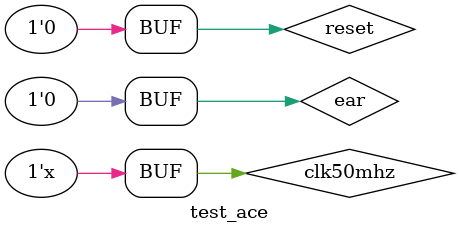
<source format=v>
`timescale 1ns / 1ps


module test_ace;

	// Inputs
	reg clk50mhz;
	reg reset;
	reg ear;

	// Outputs
	wire spk;
	wire mic;
	wire video;
	wire sync;

	// Instantiate the Unit Under Test (UUT)
	jace_en_fpga uut (
		.clk50mhz(clk50mhz), 
		.reset(reset), 
		.ear(ear), 
		.spk(spk), 
		.mic(mic), 
		.video(video), 
		.sync(sync)
	);

	initial begin
		// Initialize Inputs
		clk50mhz = 0;
		reset = 1;
		ear = 0;

		// Wait 100 ns for global reset to finish
		#1000;
      reset = 0;  
		// Add stimulus here
	end

   always
		#77 clk50mhz = !clk50mhz;
      
endmodule


</source>
